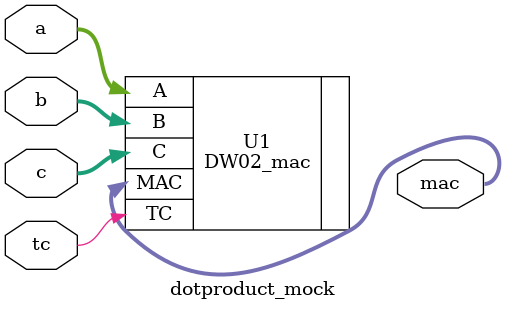
<source format=v>
module dotproduct_mock (
  input wire signed [15:0] a,
  input wire signed [15:0] b,
  input wire signed [31:0] c,
  input wire tc,

  output wire signed [31:0] mac
);

  DW02_mac #(16, 16) U1 (.A(a), .B(b), .C(c), .TC(tc), .MAC(mac));
  //assign mac = a + b + c;

endmodule

</source>
